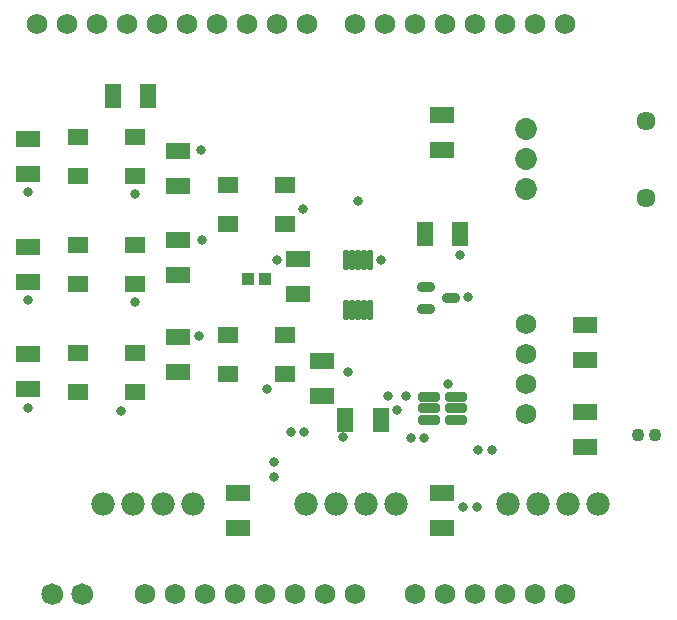
<source format=gts>
G04*
G04 #@! TF.GenerationSoftware,Altium Limited,Altium Designer,21.6.4 (81)*
G04*
G04 Layer_Color=8388736*
%FSLAX25Y25*%
%MOIN*%
G70*
G04*
G04 #@! TF.SameCoordinates,79665CF2-DF80-4226-BAFE-3DB74E170362*
G04*
G04*
G04 #@! TF.FilePolarity,Negative*
G04*
G01*
G75*
%ADD24C,0.00000*%
G04:AMPARAMS|DCode=25|XSize=56.82mil|YSize=31.23mil|CornerRadius=9.81mil|HoleSize=0mil|Usage=FLASHONLY|Rotation=0.000|XOffset=0mil|YOffset=0mil|HoleType=Round|Shape=RoundedRectangle|*
%AMROUNDEDRECTD25*
21,1,0.05682,0.01161,0,0,0.0*
21,1,0.03720,0.03123,0,0,0.0*
1,1,0.01961,0.01860,-0.00581*
1,1,0.01961,-0.01860,-0.00581*
1,1,0.01961,-0.01860,0.00581*
1,1,0.01961,0.01860,0.00581*
%
%ADD25ROUNDEDRECTD25*%
G04:AMPARAMS|DCode=26|XSize=65.87mil|YSize=19.02mil|CornerRadius=5.38mil|HoleSize=0mil|Usage=FLASHONLY|Rotation=270.000|XOffset=0mil|YOffset=0mil|HoleType=Round|Shape=RoundedRectangle|*
%AMROUNDEDRECTD26*
21,1,0.06587,0.00827,0,0,270.0*
21,1,0.05512,0.01902,0,0,270.0*
1,1,0.01076,-0.00413,-0.02756*
1,1,0.01076,-0.00413,0.02756*
1,1,0.01076,0.00413,0.02756*
1,1,0.01076,0.00413,-0.02756*
%
%ADD26ROUNDEDRECTD26*%
%ADD27R,0.07900X0.05200*%
%ADD28R,0.07000X0.05550*%
%ADD29R,0.03950X0.03950*%
G04:AMPARAMS|DCode=30|XSize=71.39mil|YSize=31.23mil|CornerRadius=6.9mil|HoleSize=0mil|Usage=FLASHONLY|Rotation=180.000|XOffset=0mil|YOffset=0mil|HoleType=Round|Shape=RoundedRectangle|*
%AMROUNDEDRECTD30*
21,1,0.07139,0.01742,0,0,180.0*
21,1,0.05758,0.03123,0,0,180.0*
1,1,0.01381,-0.02879,0.00871*
1,1,0.01381,0.02879,0.00871*
1,1,0.01381,0.02879,-0.00871*
1,1,0.01381,-0.02879,-0.00871*
%
%ADD30ROUNDEDRECTD30*%
%ADD31R,0.05200X0.07900*%
%ADD32C,0.06800*%
%ADD33C,0.06343*%
%ADD34C,0.04343*%
%ADD35C,0.07800*%
%ADD36C,0.07296*%
%ADD37C,0.07178*%
%ADD38C,0.03300*%
D24*
X23390Y10000D02*
G03*
X23390Y10000I-3390J0D01*
G01*
X33390D02*
G03*
X33390Y10000I-3390J0D01*
G01*
D25*
X144402Y112534D02*
D03*
Y105054D02*
D03*
X152710Y108794D02*
D03*
D26*
X125816Y121607D02*
D03*
X123848D02*
D03*
X121879D02*
D03*
X119911D02*
D03*
X117942D02*
D03*
Y104678D02*
D03*
X119911D02*
D03*
X121879D02*
D03*
X123848D02*
D03*
X125816D02*
D03*
D27*
X102000Y121900D02*
D03*
Y110100D02*
D03*
X110000Y76100D02*
D03*
Y87900D02*
D03*
X150000Y169900D02*
D03*
Y158100D02*
D03*
X197570Y99956D02*
D03*
Y88156D02*
D03*
Y59100D02*
D03*
Y70900D02*
D03*
X62000Y146100D02*
D03*
Y157900D02*
D03*
Y128146D02*
D03*
Y116346D02*
D03*
X11837Y161900D02*
D03*
Y150100D02*
D03*
Y125900D02*
D03*
Y114100D02*
D03*
Y90282D02*
D03*
Y78482D02*
D03*
X62000Y84100D02*
D03*
Y95900D02*
D03*
X82000Y32100D02*
D03*
Y43900D02*
D03*
X150000Y32100D02*
D03*
Y43900D02*
D03*
D28*
X78400Y83650D02*
D03*
X97600D02*
D03*
X78400Y96350D02*
D03*
X97600D02*
D03*
X78400Y133650D02*
D03*
X97600D02*
D03*
X78400Y146350D02*
D03*
X97600D02*
D03*
X28400Y149650D02*
D03*
X47600D02*
D03*
X28400Y162350D02*
D03*
X47600D02*
D03*
X28400Y113650D02*
D03*
X47600D02*
D03*
X28400Y126350D02*
D03*
X47600D02*
D03*
X28400Y77650D02*
D03*
X47600D02*
D03*
X28400Y90350D02*
D03*
X47600D02*
D03*
D29*
X90953Y115000D02*
D03*
X85047D02*
D03*
D30*
X154508Y75740D02*
D03*
Y72000D02*
D03*
Y68260D02*
D03*
X145492D02*
D03*
Y72000D02*
D03*
Y75740D02*
D03*
D31*
X117600Y68000D02*
D03*
X129400D02*
D03*
X51900Y176000D02*
D03*
X40100D02*
D03*
X155900Y130000D02*
D03*
X144100D02*
D03*
D32*
X191000Y200000D02*
D03*
X181000D02*
D03*
X171000D02*
D03*
X161000D02*
D03*
X151000D02*
D03*
X141000D02*
D03*
X131000D02*
D03*
X121000D02*
D03*
X191000Y10000D02*
D03*
X181000D02*
D03*
X171000D02*
D03*
X161000D02*
D03*
X141000D02*
D03*
X151000D02*
D03*
X15000Y200000D02*
D03*
X25000D02*
D03*
X35000D02*
D03*
X45000D02*
D03*
X55000D02*
D03*
X65000D02*
D03*
X75000D02*
D03*
X85000D02*
D03*
X95000D02*
D03*
X105000D02*
D03*
X51000Y10000D02*
D03*
X61000D02*
D03*
X71000D02*
D03*
X81000D02*
D03*
X91000D02*
D03*
X101000D02*
D03*
X111000D02*
D03*
X121000D02*
D03*
X178000Y70000D02*
D03*
Y80000D02*
D03*
Y90000D02*
D03*
Y100000D02*
D03*
D33*
X218000Y142205D02*
D03*
Y167795D02*
D03*
D34*
X220756Y63228D02*
D03*
X215244D02*
D03*
D35*
X192000Y40000D02*
D03*
X202000D02*
D03*
X172000D02*
D03*
X182000D02*
D03*
X114500D02*
D03*
X104500D02*
D03*
X134500D02*
D03*
X124500D02*
D03*
X47000D02*
D03*
X37000D02*
D03*
X67000D02*
D03*
X57000D02*
D03*
D36*
X178000Y165000D02*
D03*
Y155000D02*
D03*
Y145000D02*
D03*
D37*
X20000Y10000D02*
D03*
X30000D02*
D03*
D38*
X138000Y76000D02*
D03*
X122000Y141000D02*
D03*
X157000Y39000D02*
D03*
X161500D02*
D03*
X43000Y71000D02*
D03*
X70000Y128000D02*
D03*
X117000Y62500D02*
D03*
X104000Y64000D02*
D03*
X99500D02*
D03*
X139500Y62000D02*
D03*
X144000D02*
D03*
X118500Y84000D02*
D03*
X135000Y71500D02*
D03*
X129500Y121500D02*
D03*
X69000Y96000D02*
D03*
X152000Y80000D02*
D03*
X158500Y109000D02*
D03*
X156000Y123000D02*
D03*
X47500Y107500D02*
D03*
X94000Y49000D02*
D03*
X166500Y58000D02*
D03*
X91500Y78500D02*
D03*
X95000Y121500D02*
D03*
X103500Y138500D02*
D03*
X69500Y158000D02*
D03*
X47500Y143500D02*
D03*
X12000Y144000D02*
D03*
Y108000D02*
D03*
Y72000D02*
D03*
X132000Y76000D02*
D03*
X162000Y58000D02*
D03*
X94000Y54000D02*
D03*
M02*

</source>
